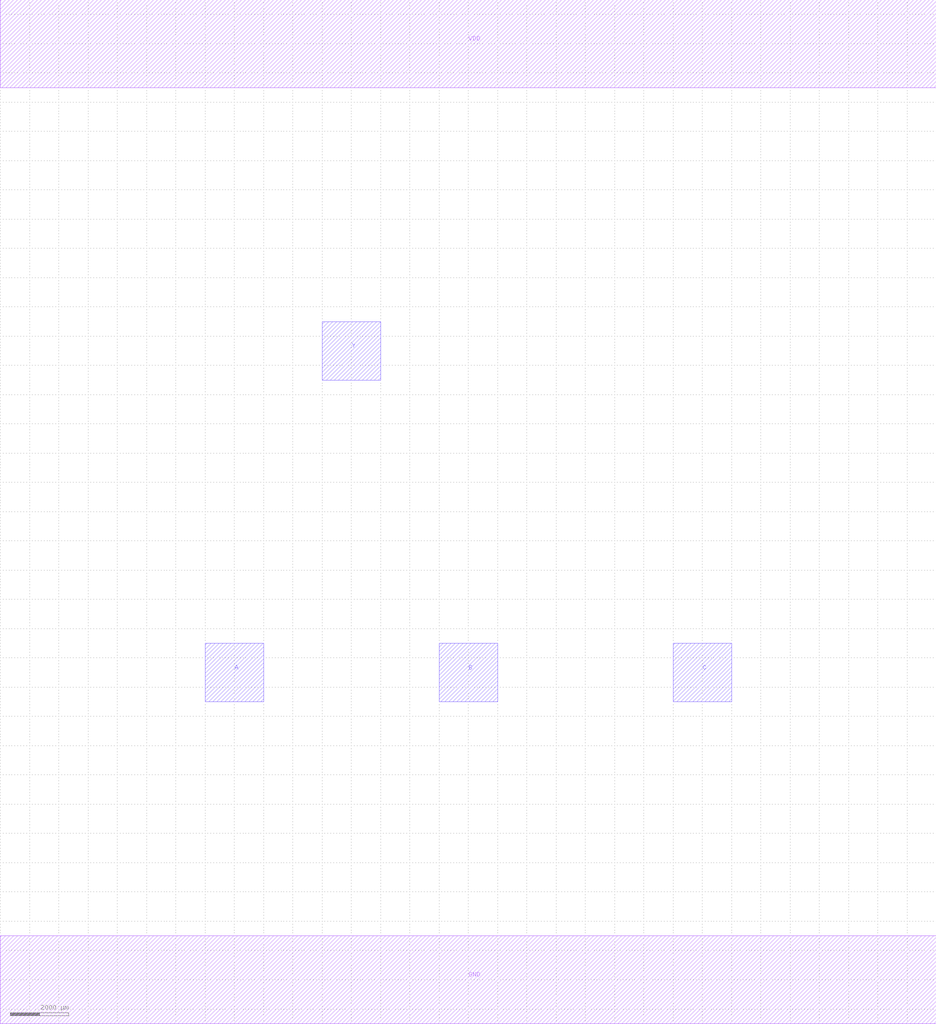
<source format=lef>
MACRO NAND3X1
 CLASS CORE ;
 ORIGIN 0 0 ;
 FOREIGN NAND3X1 0 0 ;
 SITE CORE ;
 SYMMETRY X Y R90 ;
  PIN VDD
   DIRECTION INOUT ;
   USE SIGNAL ;
   SHAPE ABUTMENT ;
    PORT
     CLASS CORE ;
       LAYER metal1 ;
        RECT 0.00000000 30500.00000000 32000.00000000 33500.00000000 ;
    END
  END VDD

  PIN GND
   DIRECTION INOUT ;
   USE SIGNAL ;
   SHAPE ABUTMENT ;
    PORT
     CLASS CORE ;
       LAYER metal1 ;
        RECT 0.00000000 -1500.00000000 32000.00000000 1500.00000000 ;
    END
  END GND

  PIN A
   DIRECTION INOUT ;
   USE SIGNAL ;
   SHAPE ABUTMENT ;
    PORT
     CLASS CORE ;
       LAYER metal2 ;
        RECT 7000.00000000 9500.00000000 9000.00000000 11500.00000000 ;
    END
  END A

  PIN B
   DIRECTION INOUT ;
   USE SIGNAL ;
   SHAPE ABUTMENT ;
    PORT
     CLASS CORE ;
       LAYER metal2 ;
        RECT 15000.00000000 9500.00000000 17000.00000000 11500.00000000 ;
    END
  END B

  PIN C
   DIRECTION INOUT ;
   USE SIGNAL ;
   SHAPE ABUTMENT ;
    PORT
     CLASS CORE ;
       LAYER metal2 ;
        RECT 23000.00000000 9500.00000000 25000.00000000 11500.00000000 ;
    END
  END C

  PIN Y
   DIRECTION INOUT ;
   USE SIGNAL ;
   SHAPE ABUTMENT ;
    PORT
     CLASS CORE ;
       LAYER metal2 ;
        RECT 11000.00000000 20500.00000000 13000.00000000 22500.00000000 ;
    END
  END Y


END NAND3X1

</source>
